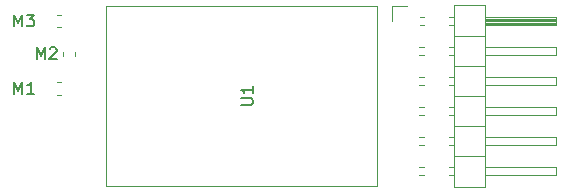
<source format=gbr>
%TF.GenerationSoftware,KiCad,Pcbnew,7.0.4*%
%TF.CreationDate,2023-05-26T13:22:51+02:00*%
%TF.ProjectId,RC_ST_868_PMOD,52435f53-545f-4383-9638-5f504d4f442e,rev?*%
%TF.SameCoordinates,Original*%
%TF.FileFunction,Legend,Top*%
%TF.FilePolarity,Positive*%
%FSLAX46Y46*%
G04 Gerber Fmt 4.6, Leading zero omitted, Abs format (unit mm)*
G04 Created by KiCad (PCBNEW 7.0.4) date 2023-05-26 13:22:51*
%MOMM*%
%LPD*%
G01*
G04 APERTURE LIST*
%ADD10C,0.150000*%
%ADD11C,0.120000*%
G04 APERTURE END LIST*
D10*
%TO.C,M1*%
X116665476Y-49349819D02*
X116665476Y-48349819D01*
X116665476Y-48349819D02*
X116998809Y-49064104D01*
X116998809Y-49064104D02*
X117332142Y-48349819D01*
X117332142Y-48349819D02*
X117332142Y-49349819D01*
X118332142Y-49349819D02*
X117760714Y-49349819D01*
X118046428Y-49349819D02*
X118046428Y-48349819D01*
X118046428Y-48349819D02*
X117951190Y-48492676D01*
X117951190Y-48492676D02*
X117855952Y-48587914D01*
X117855952Y-48587914D02*
X117760714Y-48635533D01*
%TO.C,M2*%
X118570476Y-46414819D02*
X118570476Y-45414819D01*
X118570476Y-45414819D02*
X118903809Y-46129104D01*
X118903809Y-46129104D02*
X119237142Y-45414819D01*
X119237142Y-45414819D02*
X119237142Y-46414819D01*
X119665714Y-45510057D02*
X119713333Y-45462438D01*
X119713333Y-45462438D02*
X119808571Y-45414819D01*
X119808571Y-45414819D02*
X120046666Y-45414819D01*
X120046666Y-45414819D02*
X120141904Y-45462438D01*
X120141904Y-45462438D02*
X120189523Y-45510057D01*
X120189523Y-45510057D02*
X120237142Y-45605295D01*
X120237142Y-45605295D02*
X120237142Y-45700533D01*
X120237142Y-45700533D02*
X120189523Y-45843390D01*
X120189523Y-45843390D02*
X119618095Y-46414819D01*
X119618095Y-46414819D02*
X120237142Y-46414819D01*
%TO.C,M3*%
X116665476Y-43634819D02*
X116665476Y-42634819D01*
X116665476Y-42634819D02*
X116998809Y-43349104D01*
X116998809Y-43349104D02*
X117332142Y-42634819D01*
X117332142Y-42634819D02*
X117332142Y-43634819D01*
X117713095Y-42634819D02*
X118332142Y-42634819D01*
X118332142Y-42634819D02*
X117998809Y-43015771D01*
X117998809Y-43015771D02*
X118141666Y-43015771D01*
X118141666Y-43015771D02*
X118236904Y-43063390D01*
X118236904Y-43063390D02*
X118284523Y-43111009D01*
X118284523Y-43111009D02*
X118332142Y-43206247D01*
X118332142Y-43206247D02*
X118332142Y-43444342D01*
X118332142Y-43444342D02*
X118284523Y-43539580D01*
X118284523Y-43539580D02*
X118236904Y-43587200D01*
X118236904Y-43587200D02*
X118141666Y-43634819D01*
X118141666Y-43634819D02*
X117855952Y-43634819D01*
X117855952Y-43634819D02*
X117760714Y-43587200D01*
X117760714Y-43587200D02*
X117713095Y-43539580D01*
%TO.C,U1*%
X135844819Y-50291904D02*
X136654342Y-50291904D01*
X136654342Y-50291904D02*
X136749580Y-50244285D01*
X136749580Y-50244285D02*
X136797200Y-50196666D01*
X136797200Y-50196666D02*
X136844819Y-50101428D01*
X136844819Y-50101428D02*
X136844819Y-49910952D01*
X136844819Y-49910952D02*
X136797200Y-49815714D01*
X136797200Y-49815714D02*
X136749580Y-49768095D01*
X136749580Y-49768095D02*
X136654342Y-49720476D01*
X136654342Y-49720476D02*
X135844819Y-49720476D01*
X136844819Y-48720476D02*
X136844819Y-49291904D01*
X136844819Y-49006190D02*
X135844819Y-49006190D01*
X135844819Y-49006190D02*
X135987676Y-49101428D01*
X135987676Y-49101428D02*
X136082914Y-49196666D01*
X136082914Y-49196666D02*
X136130533Y-49291904D01*
D11*
%TO.C,J1*%
X148590000Y-41910000D02*
X149860000Y-41910000D01*
X148590000Y-43180000D02*
X148590000Y-41910000D01*
X150902929Y-45340000D02*
X151357071Y-45340000D01*
X150902929Y-46100000D02*
X151357071Y-46100000D01*
X150902929Y-47880000D02*
X151357071Y-47880000D01*
X150902929Y-48640000D02*
X151357071Y-48640000D01*
X150902929Y-50420000D02*
X151357071Y-50420000D01*
X150902929Y-51180000D02*
X151357071Y-51180000D01*
X150902929Y-52960000D02*
X151357071Y-52960000D01*
X150902929Y-53720000D02*
X151357071Y-53720000D01*
X150902929Y-55500000D02*
X151357071Y-55500000D01*
X150902929Y-56260000D02*
X151357071Y-56260000D01*
X150970000Y-42800000D02*
X151357071Y-42800000D01*
X150970000Y-43560000D02*
X151357071Y-43560000D01*
X153442929Y-42800000D02*
X153840000Y-42800000D01*
X153442929Y-43560000D02*
X153840000Y-43560000D01*
X153442929Y-45340000D02*
X153840000Y-45340000D01*
X153442929Y-46100000D02*
X153840000Y-46100000D01*
X153442929Y-47880000D02*
X153840000Y-47880000D01*
X153442929Y-48640000D02*
X153840000Y-48640000D01*
X153442929Y-50420000D02*
X153840000Y-50420000D01*
X153442929Y-51180000D02*
X153840000Y-51180000D01*
X153442929Y-52960000D02*
X153840000Y-52960000D01*
X153442929Y-53720000D02*
X153840000Y-53720000D01*
X153442929Y-55500000D02*
X153840000Y-55500000D01*
X153442929Y-56260000D02*
X153840000Y-56260000D01*
X153840000Y-41850000D02*
X153840000Y-57210000D01*
X153840000Y-44450000D02*
X156500000Y-44450000D01*
X153840000Y-46990000D02*
X156500000Y-46990000D01*
X153840000Y-49530000D02*
X156500000Y-49530000D01*
X153840000Y-52070000D02*
X156500000Y-52070000D01*
X153840000Y-54610000D02*
X156500000Y-54610000D01*
X153840000Y-57210000D02*
X156500000Y-57210000D01*
X156500000Y-41850000D02*
X153840000Y-41850000D01*
X156500000Y-42800000D02*
X162500000Y-42800000D01*
X156500000Y-42860000D02*
X162500000Y-42860000D01*
X156500000Y-42980000D02*
X162500000Y-42980000D01*
X156500000Y-43100000D02*
X162500000Y-43100000D01*
X156500000Y-43220000D02*
X162500000Y-43220000D01*
X156500000Y-43340000D02*
X162500000Y-43340000D01*
X156500000Y-43460000D02*
X162500000Y-43460000D01*
X156500000Y-45340000D02*
X162500000Y-45340000D01*
X156500000Y-47880000D02*
X162500000Y-47880000D01*
X156500000Y-50420000D02*
X162500000Y-50420000D01*
X156500000Y-52960000D02*
X162500000Y-52960000D01*
X156500000Y-55500000D02*
X162500000Y-55500000D01*
X156500000Y-57210000D02*
X156500000Y-41850000D01*
X162500000Y-42800000D02*
X162500000Y-43560000D01*
X162500000Y-43560000D02*
X156500000Y-43560000D01*
X162500000Y-45340000D02*
X162500000Y-46100000D01*
X162500000Y-46100000D02*
X156500000Y-46100000D01*
X162500000Y-47880000D02*
X162500000Y-48640000D01*
X162500000Y-48640000D02*
X156500000Y-48640000D01*
X162500000Y-50420000D02*
X162500000Y-51180000D01*
X162500000Y-51180000D02*
X156500000Y-51180000D01*
X162500000Y-52960000D02*
X162500000Y-53720000D01*
X162500000Y-53720000D02*
X156500000Y-53720000D01*
X162500000Y-55500000D02*
X162500000Y-56260000D01*
X162500000Y-56260000D02*
X156500000Y-56260000D01*
%TO.C,M1*%
X120563080Y-49405000D02*
X120281920Y-49405000D01*
X120563080Y-48385000D02*
X120281920Y-48385000D01*
%TO.C,M2*%
X120775000Y-46122779D02*
X120775000Y-45797221D01*
X121795000Y-46122779D02*
X121795000Y-45797221D01*
%TO.C,M3*%
X120563080Y-43690000D02*
X120281920Y-43690000D01*
X120563080Y-42670000D02*
X120281920Y-42670000D01*
%TO.C,U1*%
X124390000Y-57160000D02*
X124390000Y-41910000D01*
X147390000Y-57155000D02*
X124390000Y-57160000D01*
X147390000Y-57155000D02*
X147390000Y-41905000D01*
X124390000Y-41910000D02*
X147390000Y-41905000D01*
%TD*%
M02*

</source>
